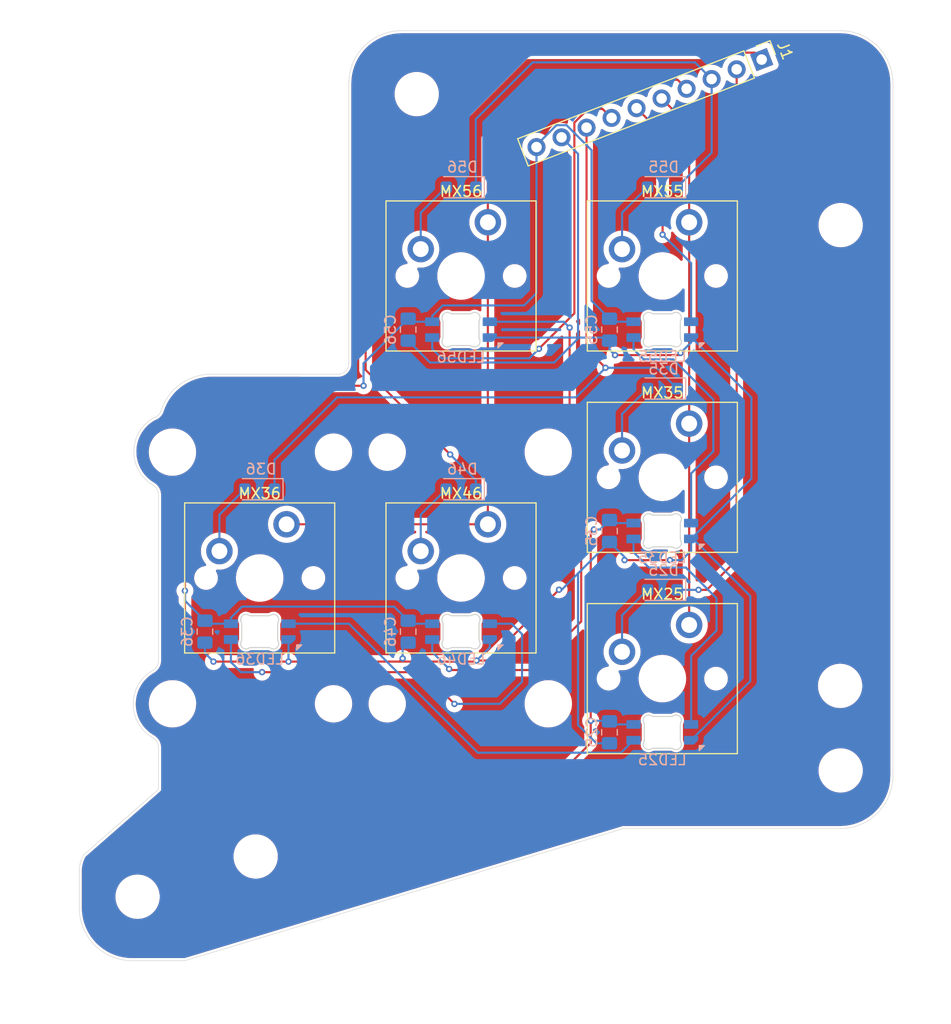
<source format=kicad_pcb>
(kicad_pcb (version 20241229) (generator "pcbnew") (generator_version "9.0")
  (layers (0 "F.Cu" signal) (2 "B.Cu" signal) (13 "F.Paste" user) (15 "B.Paste" user) (5 "F.SilkS" user "F.Silkscreen") (7 "B.SilkS" user "B.Silkscreen") (1 "F.Mask" user) (3 "B.Mask" user) (25 "Edge.Cuts" user))
  (net 0 "")
  (net 1 "GND")
  (net 2 "/VDD")
  (net 3 "/ROW_2")
  (net 4 "Net-(D25-A)")
  (net 5 "/DOUT")
  (net 6 "/DIN")
  (net 7 "/ROW_3")
  (net 8 "Net-(D35-A)")
  (net 9 "Net-(D36-A)")
  (net 10 "Net-(D46-A)")
  (net 11 "/ROW_4")
  (net 12 "Net-(D55-A)")
  (net 13 "/ROW_5")
  (net 14 "/COL_L6")
  (net 15 "Net-(D56-A)")
  (net 16 "/COL_L5")
  (net 17 "Net-(LED25-DIN)")
  (net 18 "Net-(LED25-DOUT)")
  (net 19 "Net-(LED35-DIN)")
  (net 20 "Net-(LED36-DOUT)")
  (net 21 "Net-(LED46-DOUT)")
  (footprint "MountingHole:MountingHole_3.7mm" (layer "F.Cu") (at 239.55 96)
    (property "Reference" "REF5" (hide yes))
    (property "Value" "MountingHole_3.7mm" (hide yes))
  )
  (footprint "MountingHole:MountingHole_3.7mm" (layer "F.Cu") (at 239.55 44.4)
    (property "Reference" "REF1" (hide yes))
    (property "Value" "MountingHole_3.7mm" (hide yes))
  )
  (footprint "MountingHole:MountingHole_3.7mm" (layer "F.Cu") (at 184.194 104.14)
    (property "Reference" "REF3" (hide yes))
    (property "Value" "MountingHole_3.7mm" (hide yes))
  )
  (footprint "MountingHole:MountingHole_3.7mm" (layer "F.Cu") (at 239.5 88)
    (property "Reference" "REF6" (hide yes))
    (property "Value" "MountingHole_3.7mm" (hide yes))
  )
  (footprint "MountingHole:MountingHole_3.7mm" (layer "F.Cu") (at 199.434 32.004)
    (property "Reference" "REF2" (hide yes))
    (property "Value" "MountingHole_3.7mm")
  )
  (footprint "MountingHole:MountingHole_3.7mm" (layer "F.Cu") (at 173.018 107.95)
    (property "Reference" "REF4" (hide yes))
    (property "Value" "MountingHole_3.7mm" (hide yes))
  )
  (footprint "PCM_Switch_Keyboard_Cherry_MX:SW_Cherry_MX_PCB_2.00u_90deg" (layer "F.Cu") (at 203.625 77.7875)
    (property "Reference" "MX46")
    (property "Value" "MX_SW_HS")
  )
  (footprint "Connector_PinHeader_2.54mm:PinHeader_1x10_P2.54mm_Vertical" (layer "F.Cu") (at 232.077196 28.738462 -68.769)
    (property "Reference" "J1")
    (property "Value" "Conn_01x10")
  )
  (footprint "PCM_Switch_Keyboard_Cherry_MX:SW_Cherry_MX_PCB_1.00u" (layer "F.Cu") (at 222.675 49.2125)
    (property "Reference" "MX55")
    (property "Value" "MX_SW_HS")
  )
  (footprint "PCM_marbastlib-mx:STAB_MX_2u" (layer "F.Cu") (at 203.625 77.7875 90)
    (property "Reference" "REF**" (hide yes))
    (property "Value" "STAB_MX_2u")
  )
  (footprint "PCM_Switch_Keyboard_Cherry_MX:SW_Cherry_MX_PCB_1.00u" (layer "F.Cu") (at 222.675 87.3125)
    (property "Reference" "MX25")
    (property "Value" "MX_SW_HS")
  )
  (footprint "PCM_marbastlib-mx:STAB_MX_2u" (layer "F.Cu") (at 184.575 77.7875 -90)
    (property "Reference" "REF**" (hide yes))
    (property "Value" "STAB_MX_2u")
  )
  (footprint "PCM_Switch_Keyboard_Cherry_MX:SW_Cherry_MX_PCB_1.00u" (layer "F.Cu") (at 203.625 49.2125)
    (property "Reference" "MX56")
    (property "Value" "MX_SW_HS")
  )
  (footprint "PCM_Switch_Keyboard_Cherry_MX:SW_Cherry_MX_PCB_2.00u_90deg" (layer "F.Cu") (at 184.575 77.7875)
    (property "Reference" "MX36")
    (property "Value" "MX_SW_HS")
  )
  (footprint "PCM_Switch_Keyboard_Cherry_MX:SW_Cherry_MX_PCB_1.00u" (layer "F.Cu") (at 222.675 68.2625)
    (property "Reference" "MX35")
    (property "Value" "MX_SW_HS")
  )
  (footprint "PCM_marbastlib-mx:LED_MX_6028R" (layer "B.Cu") (at 222.675 54.2925 180)
    (property "Reference" "LED55")
    (property "Value" "MX_SK6812MINI-E")
    (fp_line (start 1.699999 -0.702841) (end 1.699999 0.702843) (stroke (width 0.1)) (layer "Edge.Cuts"))
    (fp_line (start 0.794452 1.5) (end -0.794453 1.5) (stroke (width 0.1)) (layer "Edge.Cuts"))
    (fp_line (start -0.794452 -1.499999) (end 0.794452 -1.499999) (stroke (width 0.1)) (layer "Edge.Cuts"))
    (fp_line (start -1.699999 0.702843) (end -1.699999 -0.702841) (stroke (width 0.1)) (layer "Edge.Cuts"))
    (fp_arc (start 1.749484 0.919721) (mid 1.712515 0.814072) (end 1.699999 0.702843) (stroke (width 0.1)) (layer "Edge.Cuts"))
    (fp_arc (start 1.749484 0.919721) (mid 1.638072 1.504036) (end 1.046711 1.5683) (stroke (width 0.1)) (layer "Edge.Cuts"))
    (fp_arc (start 1.699999 -0.702842) (mid 1.712527 -0.814069) (end 1.749484 -0.919719) (stroke (width 0.1)) (layer "Edge.Cuts"))
    (fp_arc (start 1.046711 -1.568296) (mid 1.638069 -1.504034) (end 1.749484 -0.919719) (stroke (width 0.1)) (layer "Edge.Cuts"))
    (fp_arc (start 1.04671 -1.568298) (mid 0.925122 -1.517376) (end 0.794452 -1.499999) (stroke (width 0.1)) (layer "Edge.Cuts"))
    (fp_arc (start 0.794453 1.500001) (mid 0.925123 1.517378) (end 1.046711 1.5683) (stroke (width 0.1)) (layer "Edge.Cuts"))
    (fp_arc (start -0.794452 -1.499999) (mid -0.925123 -1.517376) (end -1.046711 -1.568298) (stroke (width 0.1)) (layer "Edge.Cuts"))
    (fp_arc (start -1.046711 1.568299) (mid -0.925123 1.517377) (end -0.794453 1.5) (stroke (width 0.1)) (layer "Edge.Cuts"))
    (fp_arc (start -1.046711 1.568299) (mid -1.638071 1.504035) (end -1.749484 0.919721) (stroke (width 0.1)) (layer "Edge.Cuts"))
    (fp_arc (start -1.699999 0.702844) (mid -1.712527 0.814069) (end -1.749484 0.919721) (stroke (width 0.1)) (layer "Edge.Cuts"))
    (fp_arc (start -1.749484 -0.919718) (mid -1.638072 -1.504034) (end -1.046711 -1.568298) (stroke (width 0.1)) (layer "Edge.Cuts"))
    (fp_arc (start -1.749484 -0.919719) (mid -1.712527 -0.814067) (end -1.699999 -0.702841) (stroke (width 0.1)) (layer "Edge.Cuts"))
  )
  (footprint "PCM_marbastlib-mx:LED_MX_6028R" (layer "B.Cu") (at 184.575 82.8675 180)
    (property "Reference" "LED36")
    (property "Value" "MX_SK6812MINI-E")
    (fp_line (start 1.699999 -0.702841) (end 1.699999 0.702843) (stroke (width 0.1)) (layer "Edge.Cuts"))
    (fp_line (start 0.794452 1.5) (end -0.794453 1.5) (stroke (width 0.1)) (layer "Edge.Cuts"))
    (fp_line (start -0.794452 -1.499999) (end 0.794452 -1.499999) (stroke (width 0.1)) (layer "Edge.Cuts"))
    (fp_line (start -1.699999 0.702843) (end -1.699999 -0.702841) (stroke (width 0.1)) (layer "Edge.Cuts"))
    (fp_arc (start 1.749484 0.919721) (mid 1.712515 0.814072) (end 1.699999 0.702843) (stroke (width 0.1)) (layer "Edge.Cuts"))
    (fp_arc (start 1.749484 0.919721) (mid 1.638072 1.504036) (end 1.046711 1.5683) (stroke (width 0.1)) (layer "Edge.Cuts"))
    (fp_arc (start 1.699999 -0.702842) (mid 1.712527 -0.814069) (end 1.749484 -0.919719) (stroke (width 0.1)) (layer "Edge.Cuts"))
    (fp_arc (start 1.046711 -1.568296) (mid 1.638069 -1.504034) (end 1.749484 -0.919719) (stroke (width 0.1)) (layer "Edge.Cuts"))
    (fp_arc (start 1.04671 -1.568298) (mid 0.925122 -1.517376) (end 0.794452 -1.499999) (stroke (width 0.1)) (layer "Edge.Cuts"))
    (fp_arc (start 0.794453 1.500001) (mid 0.925123 1.517378) (end 1.046711 1.5683) (stroke (width 0.1)) (layer "Edge.Cuts"))
    (fp_arc (start -0.794452 -1.499999) (mid -0.925123 -1.517376) (end -1.046711 -1.568298) (stroke (width 0.1)) (layer "Edge.Cuts"))
    (fp_arc (start -1.046711 1.568299) (mid -0.925123 1.517377) (end -0.794453 1.5) (stroke (width 0.1)) (layer "Edge.Cuts"))
    (fp_arc (start -1.046711 1.568299) (mid -1.638071 1.504035) (end -1.749484 0.919721) (stroke (width 0.1)) (layer "Edge.Cuts"))
    (fp_arc (start -1.699999 0.702844) (mid -1.712527 0.814069) (end -1.749484 0.919721) (stroke (width 0.1)) (layer "Edge.Cuts"))
    (fp_arc (start -1.749484 -0.919718) (mid -1.638072 -1.504034) (end -1.046711 -1.568298) (stroke (width 0.1)) (layer "Edge.Cuts"))
    (fp_arc (start -1.749484 -0.919719) (mid -1.712527 -0.814067) (end -1.699999 -0.702841) (stroke (width 0.1)) (layer "Edge.Cuts"))
  )
  (footprint "Capacitor_SMD:C_0805_2012Metric_Pad1.18x1.45mm_HandSolder" (layer "B.Cu") (at 217.675 92.3925 -90)
    (property "Reference" "C25")
    (property "Value" "0.1 µF")
  )
  (footprint "Diode_SMD:D_SOD-123F" (layer "B.Cu") (at 222.675 59.8625 180)
    (property "Reference" "D35")
    (property "Value" "1N4148WL")
  )
  (footprint "Capacitor_SMD:C_0805_2012Metric_Pad1.18x1.45mm_HandSolder" (layer "B.Cu") (at 217.675 54.2925 -90)
    (property "Reference" "C55")
    (property "Value" "0.1 µF")
  )
  (footprint "Diode_SMD:D_SOD-123F" (layer "B.Cu") (at 203.625 69.3875 180)
    (property "Reference" "D46")
    (property "Value" "1N4148WL")
  )
  (footprint "Capacitor_SMD:C_0805_2012Metric_Pad1.18x1.45mm_HandSolder" (layer "B.Cu") (at 198.625 82.8675 -90)
    (property "Reference" "C46")
    (property "Value" "0.1 µF")
  )
  (footprint "PCM_marbastlib-mx:LED_MX_6028R" (layer "B.Cu") (at 203.625 54.2925 180)
    (property "Reference" "LED56")
    (property "Value" "MX_SK6812MINI-E")
    (fp_line (start 1.699999 -0.702841) (end 1.699999 0.702843) (stroke (width 0.1)) (layer "Edge.Cuts"))
    (fp_line (start 0.794452 1.5) (end -0.794453 1.5) (stroke (width 0.1)) (layer "Edge.Cuts"))
    (fp_line (start -0.794452 -1.499999) (end 0.794452 -1.499999) (stroke (width 0.1)) (layer "Edge.Cuts"))
    (fp_line (start -1.699999 0.702843) (end -1.699999 -0.702841) (stroke (width 0.1)) (layer "Edge.Cuts"))
    (fp_arc (start 1.749484 0.919721) (mid 1.712515 0.814072) (end 1.699999 0.702843) (stroke (width 0.1)) (layer "Edge.Cuts"))
    (fp_arc (start 1.749484 0.919721) (mid 1.638072 1.504036) (end 1.046711 1.5683) (stroke (width 0.1)) (layer "Edge.Cuts"))
    (fp_arc (start 1.699999 -0.702842) (mid 1.712527 -0.814069) (end 1.749484 -0.919719) (stroke (width 0.1)) (layer "Edge.Cuts"))
    (fp_arc (start 1.046711 -1.568296) (mid 1.638069 -1.504034) (end 1.749484 -0.919719) (stroke (width 0.1)) (layer "Edge.Cuts"))
    (fp_arc (start 1.04671 -1.568298) (mid 0.925122 -1.517376) (end 0.794452 -1.499999) (stroke (width 0.1)) (layer "Edge.Cuts"))
    (fp_arc (start 0.794453 1.500001) (mid 0.925123 1.517378) (end 1.046711 1.5683) (stroke (width 0.1)) (layer "Edge.Cuts"))
    (fp_arc (start -0.794452 -1.499999) (mid -0.925123 -1.517376) (end -1.046711 -1.568298) (stroke (width 0.1)) (layer "Edge.Cuts"))
    (fp_arc (start -1.046711 1.568299) (mid -0.925123 1.517377) (end -0.794453 1.5) (stroke (width 0.1)) (layer "Edge.Cuts"))
    (fp_arc (start -1.046711 1.568299) (mid -1.638071 1.504035) (end -1.749484 0.919721) (stroke (width 0.1)) (layer "Edge.Cuts"))
    (fp_arc (start -1.699999 0.702844) (mid -1.712527 0.814069) (end -1.749484 0.919721) (stroke (width 0.1)) (layer "Edge.Cuts"))
    (fp_arc (start -1.749484 -0.919718) (mid -1.638072 -1.504034) (end -1.046711 -1.568298) (stroke (width 0.1)) (layer "Edge.Cuts"))
    (fp_arc (start -1.749484 -0.919719) (mid -1.712527 -0.814067) (end -1.699999 -0.702841) (stroke (width 0.1)) (layer "Edge.Cuts"))
  )
  (footprint "Capacitor_SMD:C_0805_2012Metric_Pad1.18x1.45mm_HandSolder" (layer "B.Cu") (at 198.625 54.2925 -90)
    (property "Reference" "C56")
    (property "Value" "0.1 µF")
  )
  (footprint "PCM_marbastlib-mx:LED_MX_6028R" (layer "B.Cu") (at 222.675 73.3425 180)
    (property "Reference" "LED35")
    (property "Value" "MX_SK6812MINI-E")
    (fp_line (start 1.699999 -0.702841) (end 1.699999 0.702843) (stroke (width 0.1)) (layer "Edge.Cuts"))
    (fp_line (start 0.794452 1.5) (end -0.794453 1.5) (stroke (width 0.1)) (layer "Edge.Cuts"))
    (fp_line (start -0.794452 -1.499999) (end 0.794452 -1.499999) (stroke (width 0.1)) (layer "Edge.Cuts"))
    (fp_line (start -1.699999 0.702843) (end -1.699999 -0.702841) (stroke (width 0.1)) (layer "Edge.Cuts"))
    (fp_arc (start 1.749484 0.919721) (mid 1.712515 0.814072) (end 1.699999 0.702843) (stroke (width 0.1)) (layer "Edge.Cuts"))
    (fp_arc (start 1.749484 0.919721) (mid 1.638072 1.504036) (end 1.046711 1.5683) (stroke (width 0.1)) (layer "Edge.Cuts"))
    (fp_arc (start 1.699999 -0.702842) (mid 1.712527 -0.814069) (end 1.749484 -0.919719) (stroke (width 0.1)) (layer "Edge.Cuts"))
    (fp_arc (start 1.046711 -1.568296) (mid 1.638069 -1.504034) (end 1.749484 -0.919719) (stroke (width 0.1)) (layer "Edge.Cuts"))
    (fp_arc (start 1.04671 -1.568298) (mid 0.925122 -1.517376) (end 0.794452 -1.499999) (stroke (width 0.1)) (layer "Edge.Cuts"))
    (fp_arc (start 0.794453 1.500001) (mid 0.925123 1.517378) (end 1.046711 1.5683) (stroke (width 0.1)) (layer "Edge.Cuts"))
    (fp_arc (start -0.794452 -1.499999) (mid -0.925123 -1.517376) (end -1.046711 -1.568298) (stroke (width 0.1)) (layer "Edge.Cuts"))
    (fp_arc (start -1.046711 1.568299) (mid -0.925123 1.517377) (end -0.794453 1.5) (stroke (width 0.1)) (layer "Edge.Cuts"))
    (fp_arc (start -1.046711 1.568299) (mid -1.638071 1.504035) (end -1.749484 0.919721) (stroke (width 0.1)) (layer "Edge.Cuts"))
    (fp_arc (start -1.699999 0.702844) (mid -1.712527 0.814069) (end -1.749484 0.919721) (stroke (width 0.1)) (layer "Edge.Cuts"))
    (fp_arc (start -1.749484 -0.919718) (mid -1.638072 -1.504034) (end -1.046711 -1.568298) (stroke (width 0.1)) (layer "Edge.Cuts"))
    (fp_arc (start -1.749484 -0.919719) (mid -1.712527 -0.814067) (end -1.699999 -0.702841) (stroke (width 0.1)) (layer "Edge.Cuts"))
  )
  (footprint "Capacitor_SMD:C_0805_2012Metric_Pad1.18x1.45mm_HandSolder" (layer "B.Cu") (at 179.393 82.8675 -90)
    (property "Reference" "C36")
    (property "Value" "0.1 µF")
  )
  (footprint "PCM_marbastlib-mx:LED_MX_6028R" (layer "B.Cu") (at 203.625 82.8675 180)
    (property "Reference" "LED46")
    (property "Value" "MX_SK6812MINI-E")
    (fp_line (start 1.699999 -0.702841) (end 1.699999 0.702843) (stroke (width 0.1)) (layer "Edge.Cuts"))
    (fp_line (start 0.794452 1.5) (end -0.794453 1.5) (stroke (width 0.1)) (layer "Edge.Cuts"))
    (fp_line (start -0.794452 -1.499999) (end 0.794452 -1.499999) (stroke (width 0.1)) (layer "Edge.Cuts"))
    (fp_line (start -1.699999 0.702843) (end -1.699999 -0.702841) (stroke (width 0.1)) (layer "Edge.Cuts"))
    (fp_arc (start 1.749484 0.919721) (mid 1.712515 0.814072) (end 1.699999 0.702843) (stroke (width 0.1)) (layer "Edge.Cuts"))
    (fp_arc (start 1.749484 0.919721) (mid 1.638072 1.504036) (end 1.046711 1.5683) (stroke (width 0.1)) (layer "Edge.Cuts"))
    (fp_arc (start 1.699999 -0.702842) (mid 1.712527 -0.814069) (end 1.749484 -0.919719) (stroke (width 0.1)) (layer "Edge.Cuts"))
    (fp_arc (start 1.046711 -1.568296) (mid 1.638069 -1.504034) (end 1.749484 -0.919719) (stroke (width 0.1)) (layer "Edge.Cuts"))
    (fp_arc (start 1.04671 -1.568298) (mid 0.925122 -1.517376) (end 0.794452 -1.499999) (stroke (width 0.1)) (layer "Edge.Cuts"))
    (fp_arc (start 0.794453 1.500001) (mid 0.925123 1.517378) (end 1.046711 1.5683) (stroke (width 0.1)) (layer "Edge.Cuts"))
    (fp_arc (start -0.794452 -1.499999) (mid -0.925123 -1.517376) (end -1.046711 -1.568298) (stroke (width 0.1)) (layer "Edge.Cuts"))
    (fp_arc (start -1.046711 1.568299) (mid -0.925123 1.517377) (end -0.794453 1.5) (stroke (width 0.1)) (layer "Edge.Cuts"))
    (fp_arc (start -1.046711 1.568299) (mid -1.638071 1.504035) (end -1.749484 0.919721) (stroke (width 0.1)) (layer "Edge.Cuts"))
    (fp_arc (start -1.699999 0.702844) (mid -1.712527 0.814069) (end -1.749484 0.919721) (stroke (width 0.1)) (layer "Edge.Cuts"))
    (fp_arc (start -1.749484 -0.919718) (mid -1.638072 -1.504034) (end -1.046711 -1.568298) (stroke (width 0.1)) (layer "Edge.Cuts"))
    (fp_arc (start -1.749484 -0.919719) (mid -1.712527 -0.814067) (end -1.699999 -0.702841) (stroke (width 0.1)) (layer "Edge.Cuts"))
  )
  (footprint "Diode_SMD:D_SOD-123F" (layer "B.Cu") (at 222.675 78.9125 180)
    (property "Reference" "D25")
    (property "Value" "1N4148WL")
  )
  (footprint "Diode_SMD:D_SOD-123F" (layer "B.Cu") (at 203.625 40.8125 180)
    (property "Reference" "D56")
    (property "Value" "1N4148WL")
  )
  (footprint "Diode_SMD:D_SOD-123F" (layer "B.Cu") (at 184.575 69.3875 180)
    (property "Reference" "D36")
    (property "Value" "1N4148WL")
  )
  (footprint "PCM_marbastlib-mx:LED_MX_6028R" (layer "B.Cu") (at 222.675 92.3925 180)
    (property "Reference" "LED25")
    (property "Value" "MX_SK6812MINI-E")
    (fp_line (start 1.699999 -0.702841) (end 1.699999 0.702843) (stroke (width 0.1)) (layer "Edge.Cuts"))
    (fp_line (start 0.794452 1.5) (end -0.794453 1.5) (stroke (width 0.1)) (layer "Edge.Cuts"))
    (fp_line (start -0.794452 -1.499999) (end 0.794452 -1.499999) (stroke (width 0.1)) (layer "Edge.Cuts"))
    (fp_line (start -1.699999 0.702843) (end -1.699999 -0.702841) (stroke (width 0.1)) (layer "Edge.Cuts"))
    (fp_arc (start 1.749484 0.919721) (mid 1.712515 0.814072) (end 1.699999 0.702843) (stroke (width 0.1)) (layer "Edge.Cuts"))
    (fp_arc (start 1.749484 0.919721) (mid 1.638072 1.504036) (end 1.046711 1.5683) (stroke (width 0.1)) (layer "Edge.Cuts"))
    (fp_arc (start 1.699999 -0.702842) (mid 1.712527 -0.814069) (end 1.749484 -0.919719) (stroke (width 0.1)) (layer "Edge.Cuts"))
    (fp_arc (start 1.046711 -1.568296) (mid 1.638069 -1.504034) (end 1.749484 -0.919719) (stroke (width 0.1)) (layer "Edge.Cuts"))
    (fp_arc (start 1.04671 -1.568298) (mid 0.925122 -1.517376) (end 0.794452 -1.499999) (stroke (width 0.1)) (layer "Edge.Cuts"))
    (fp_arc (start 0.794453 1.500001) (mid 0.925123 1.517378) (end 1.046711 1.5683) (stroke (width 0.1)) (layer "Edge.Cuts"))
    (fp_arc (start -0.794452 -1.499999) (mid -0.925123 -1.517376) (end -1.046711 -1.568298) (stroke (width 0.1)) (layer "Edge.Cuts"))
    (fp_arc (start -1.046711 1.568299) (mid -0.925123 1.517377) (end -0.794453 1.5) (stroke (width 0.1)) (layer "Edge.Cuts"))
    (fp_arc (start -1.046711 1.568299) (mid -1.638071 1.504035) (end -1.749484 0.919721) (stroke (width 0.1)) (layer "Edge.Cuts"))
    (fp_arc (start -1.699999 0.702844) (mid -1.712527 0.814069) (end -1.749484 0.919721) (stroke (width 0.1)) (layer "Edge.Cuts"))
    (fp_arc (start -1.749484 -0.919718) (mid -1.638072 -1.504034) (end -1.046711 -1.568298) (stroke (width 0.1)) (layer "Edge.Cuts"))
    (fp_arc (start -1.749484 -0.919719) (mid -1.712527 -0.814067) (end -1.699999 -0.702841) (stroke (width 0.1)) (layer "Edge.Cuts"))
  )
  (footprint "Capacitor_SMD:C_0805_2012Metric_Pad1.18x1.45mm_HandSolder" (layer "B.Cu") (at 217.675 73.3425 -90)
    (property "Reference" "C35")
    (property "Value" "0.1 µF")
  )
  (footprint "Diode_SMD:D_SOD-123F" (layer "B.Cu") (at 222.675 40.8125 180)
    (property "Reference" "D55")
    (property "Value" "1N4148WL")
  )
  (gr_line (start 219 101.5) (end 177.5 114) (stroke (width 0.05)) (layer "Edge.Cuts"))
  (gr_line (start 175 97.79) (end 167.897667 104.007398) (stroke (width 0.05)) (layer "Edge.Cuts"))
  (gr_line (start 239.5 26) (end 198 26) (stroke (width 0.05)) (layer "Edge.Cuts"))
  (gr_line (start 244.5 31) (end 244.5 96.5) (stroke (width 0.05)) (layer "Edge.Cuts"))
  (gr_arc (start 193 57.5) (mid 192.707107 58.207107) (end 192 58.5) (stroke (width 0.05)) (layer "Edge.Cuts"))
  (gr_line (start 193 31) (end 193 57.5) (stroke (width 0.05)) (layer "Edge.Cuts"))
  (gr_line (start 192 58.5) (end 180 58.5) (stroke (width 0.05)) (layer "Edge.Cuts"))
  (gr_line (start 175 69.970668) (end 175 85.553532) (stroke (width 0.05)) (layer "Edge.Cuts"))
  (gr_arc (start 175.242953 61.981325) (mid 177.053349 59.464362) (end 180 58.5) (stroke (width 0.05)) (layer "Edge.Cuts"))
  (gr_arc (start 239.5 26) (mid 243.035534 27.464466) (end 244.5 31) (stroke (width 0.05)) (layer "Edge.Cuts"))
  (gr_arc (start 244.5 96.5) (mid 243.035534 100.035534) (end 239.5 101.5) (stroke (width 0.05)) (layer "Edge.Cuts"))
  (gr_arc (start 172.5 114) (mid 168.964466 112.535534) (end 167.5 109) (stroke (width 0.05)) (layer "Edge.Cuts"))
  (gr_arc (start 175.242953 61.981325) (mid 174.992178 62.37288) (end 174.5928 62.611) (stroke (width 0.05)) (layer "Edge.Cuts"))
  (gr_arc (start 167.5 105.5) (mid 167.601121 104.727666) (end 167.897667 104.007398) (stroke (width 0.05)) (layer "Edge.Cuts"))
  (gr_arc (start 175 85.553532) (mid 174.849889 86.140863) (end 174.415 86.5632) (stroke (width 0.05)) (layer "Edge.Cuts"))
  (gr_arc (start 174.415 68.961) (mid 174.849901 69.383329) (end 175 69.970668) (stroke (width 0.05)) (layer "Edge.Cuts"))
  (gr_line (start 172.5 114) (end 177.5 114) (stroke (width 0.05)) (layer "Edge.Cuts"))
  (gr_arc (start 174.415 68.961) (mid 172.662246 65.734409) (end 174.592757 62.610923) (stroke (width 0.05)) (layer "Edge.Cuts"))
  (gr_line (start 167.5 109) (end 167.5 105.5) (stroke (width 0.05)) (layer "Edge.Cuts"))
  (gr_line (start 239.5 101.5) (end 219 101.5) (stroke (width 0.05)) (layer "Edge.Cuts"))
  (gr_line (start 174.9992 93.8784) (end 175 97.79) (stroke (width 0.05)) (layer "Edge.Cuts"))
  (gr_arc (start 174.4142 92.868732) (mid 174.849088 93.291064) (end 174.9992 93.8784) (stroke (width 0.05)) (layer "Edge.Cuts"))
  (gr_arc (start 174.4142 92.868731) (mid 172.601333 89.714296) (end 174.42 86.5632) (stroke (width 0.05)) (layer "Edge.Cuts"))
  (gr_arc (start 193 31) (mid 194.464466 27.464466) (end 198 26) (stroke (width 0.05)) (layer "Edge.Cuts"))
  (segment (start 218.2 56.7) (end 224.2 56.7) (width 0.2) (layer "F.Cu") (net 1))
  (segment (start 224.2 56.7) (end 224.4 56.5) (width 0.2) (layer "F.Cu") (net 1))
  (segment (start 219.1 76.1) (end 223.4 76.1) (width 0.2) (layer "F.Cu") (net 1))
  (segment (start 197.8 85.7) (end 198.1 85.4) (width 0.2) (layer "F.Cu") (net 1))
  (segment (start 206.2 85.6) (end 212.9 78.9) (width 0.2) (layer "F.Cu") (net 1))
  (segment (start 197.8 85.7) (end 205 85.7) (width 0.2) (layer "F.Cu") (net 1))
  (segment (start 205 85.7) (end 205.1 85.6) (width 0.2) (layer "F.Cu") (net 1))
  (segment (start 180.2 85.7) (end 187.3 85.7) (width 0.2) (layer "F.Cu") (net 1))
  (segment (start 205.1 85.6) (end 206.2 85.6) (width 0.2) (layer "F.Cu") (net 1))
  (segment (start 187.3 85.7) (end 197.8 85.7) (width 0.2) (layer "F.Cu") (net 1))
  (via (at 219.1 76.1) (size 0.6) (drill 0.3) (layers "F.Cu" "B.Cu") (net 1))
  (via (at 205.1 85.6) (size 0.6) (drill 0.3) (layers "F.Cu" "B.Cu") (net 1))
  (via (at 218.2 56.7) (size 0.6) (drill 0.3) (layers "F.Cu" "B.Cu") (net 1))
  (via (at 212.9 78.9) (size 0.6) (drill 0.3) (layers "F.Cu" "B.Cu") (net 1))
  (via (at 223.4 76.1) (size 0.6) (drill 0.3) (layers "F.Cu" "B.Cu") (net 1))
  (via (at 198.1 85.4) (size 0.6) (drill 0.3) (layers "F.Cu" "B.Cu") (net 1))
  (via (at 224.4 56.5) (size 0.6) (drill 0.3) (layers "F.Cu" "B.Cu") (net 1))
  (via (at 180.2 85.7) (size 0.6) (drill 0.3) (layers "F.Cu" "B.Cu") (net 1))
  (via (at 187.3 85.7) (size 0.6) (drill 0.3) (layers "F.Cu" "B.Cu") (net 1))
  (segment (start 198.1 84.43) (end 198.625 83.905) (width 0.2) (layer "B.Cu") (net 1))
  (segment (start 198.625 55.33) (end 200.696 57.401) (width 0.2) (layer "B.Cu") (net 1))
  (segment (start 217.675 74.38) (end 219.1 75.805) (width 0.2) (layer "B.Cu") (net 1))
  (segment (start 223.4 76.1) (end 224.5 76.1) (width 0.2) (layer "B.Cu") (net 1))
  (segment (start 179.393 84.893) (end 180.2 85.7) (width 0.2) (layer "B.Cu") (net 1))
  (segment (start 214.7775 77.2775) (end 214.7 77.355) (width 0.2) (layer "B.Cu") (net 1))
  (segment (start 225.5925 74.0925) (end 231 79.5) (width 0.2) (layer "B.Cu") (net 1))
  (segment (start 225.4 55.5) (end 225.4 55.0425) (width 0.2) (layer "B.Cu") (net 1))
  (segment (start 214.7 77.355) (end 214.7 91.7) (width 0.2) (layer "B.Cu") (net 1))
  (segment (start 214.7 55.0425) (end 214.8 55.0425) (width 0.2) (layer "B.Cu") (net 1))
  (segment (start 198.1 85.4) (end 198.1 84.43) (width 0.2) (layer "B.Cu") (net 1))
  (segment (start 217.675 55.33) (end 217.675 56.175) (width 0.2) (layer "B.Cu") (net 1))
  (segment (start 231 79.5) (end 231 87.5425) (width 0.2) (layer "B.Cu") (net 1))
  (segment (start 212.4415 57.401) (end 214.8 55.0425) (width 0.2) (layer "B.Cu") (net 1))
  (segment (start 206.35 55.0425) (end 214.7 55.0425) (width 0.2) (layer "B.Cu") (net 1))
  (segment (start 225.4425 55.0425) (end 231.1 60.7) (width 0.2) (layer "B.Cu") (net 1))
  (segment (start 224.5 76.1) (end 225.4 75.2) (width 0.2) (layer "B.Cu") (net 1))
  (segment (start 200.696 57.401) (end 212.4415 57.401) (width 0.2) (layer "B.Cu") (net 1))
  (segment (start 214.7 91.7) (end 216.43 93.43) (width 0.2) (layer "B.Cu") (net 1))
  (segment (start 213.136355 36.096922) (end 214.7 37.660567) (width 0.2) (layer "B.Cu") (net 1))
  (segment (start 217.675 74.38) (end 214.7775 77.2775) (width 0.2) (layer "B.Cu") (net 1))
  (segment (start 217.675 56.175) (end 218.2 56.7) (width 0.2) (layer "B.Cu") (net 1))
  (segment (start 224.4 56.5) (end 225.4 55.5) (width 0.2) (layer "B.Cu") (net 1))
  (segment (start 225.4 75.2) (end 225.4 74.0925) (width 0.2) (layer "B.Cu") (net 1))
  (segment (start 225.4 74.0925) (end 225.5925 74.0925) (width 0.2) (layer "B.Cu") (net 1))
  (segment (start 231.1 68.3925) (end 225.4 74.0925) (width 0.2) (layer "B.Cu") (net 1))
  (segment (start 206.35 84.35) (end 206.35 83.6175) (width 0.2) (layer "B.Cu") (net 1))
  (segment (start 219.1 75.805) (end 219.1 76.1) (width 0.2) (layer "B.Cu") (net 1))
  (segment (start 179.393 83.905) (end 179.393 84.893) (width 0.2) (layer "B.Cu") (net 1))
  (segment (start 212.9 78.9) (end 213.155 78.9) (width 0.2) (layer "B.Cu") (net 1))
  (segment (start 217.3875 55.0425) (end 217.675 55.33) (width 0.2) (layer "B.Cu") (net 1))
  (segment (start 216.43 93.43) (end 217.675 93.43) (width 0.2) (layer "B.Cu") (net 1))
  (segment (start 214.7 37.660567) (end 214.7 55.0425) (width 0.2) (layer "B.Cu") (net 1))
  (segment (start 214.8 55.0425) (end 217.3875 55.0425) (width 0.2) (layer "B.Cu") (net 1))
  (segment (start 225.4 55.0425) (end 225.4425 55.0425) (width 0.2) (layer "B.Cu") (net 1))
  (segment (start 187.3 83.6175) (end 187.3 85.7) (width 0.2) (layer "B.Cu") (net 1))
  (segment (start 231.1 60.7) (end 231.1 68.3925) (width 0.2) (layer "B.Cu") (net 1))
  (segment (start 213.155 78.9) (end 214.7775 77.2775) (width 0.2) (layer "B.Cu") (net 1))
  (segment (start 205.1 85.6) (end 206.35 84.35) (width 0.2) (layer "B.Cu") (net 1))
  (segment (start 231 87.5425) (end 225.4 93.1425) (width 0.2) (layer "B.Cu") (net 1))
  (segment (start 212.9 96.4) (end 215.9 93.4) (width 0.2) (layer "F.Cu") (net 2))
  (segment (start 186.342439 96.4) (end 212.9 96.4) (width 0.2) (layer "F.Cu") (net 2))
  (segment (start 215.9 73.5) (end 216.2 73.2) (width 0.2) (layer "F.Cu") (net 2))
  (segment (start 215.9 93.4) (end 215.9 91.3) (width 0.2) (layer "F.Cu") (net 2))
  (segment (start 177.5 70.6) (end 177.5 79) (width 0.2) (layer "F.Cu") (net 2))
  (segment (start 194.4 59.6) (end 188.5 59.6) (width 0.2) (layer "F.Cu") (net 2))
  (segment (start 177.5 87.557561) (end 186.342439 96.4) (width 0.2) (layer "F.Cu") (net 2))
  (segment (start 188.5 59.6) (end 187.6 60.5) (width 0.2) (layer "F.Cu") (net 2))
  (segment (start 187.6 60.5) (end 177.5 70.6) (width 0.2) (layer "F.Cu") (net 2))
  (segment (start 215.9 91.3) (end 215.9 73.5) (width 0.2) (layer "F.Cu") (net 2))
  (segment (start 177.5 79) (end 177.5 87.557561) (width 0.2) (layer "F.Cu") (net 2))
  (via (at 216.2 73.2) (size 0.6) (drill 0.3) (layers "F.Cu" "B.Cu") (net 2))
  (via (at 215.9 91.3) (size 0.6) (drill 0.3) (layers "F.Cu" "B.Cu") (net 2))
  (via (at 194.4 59.6) (size 0.6) (drill 0.3) (layers "F.Cu" "B.Cu") (net 2))
  (via (at 177.5 79) (size 0.6) (drill 0.3) (layers "F.Cu" "B.Cu") (net 2))
  (segment (start 215.98072 37.313527) (end 213.613115 34.945922) (width 0.2) (layer "B.Cu") (net 2))
  (segment (start 179.393 81.83) (end 177.5 79.937) (width 0.2) (layer "B.Cu") (net 2))
  (segment (start 217.9625 53.5425) (end 217.675 53.255) (width 0.2) (layer "B.Cu") (net 2))
  (segment (start 217.675 53.255) (end 215.98072 51.56072) (width 0.2) (layer "B.Cu") (net 2))
  (segment (start 194.4 57.48) (end 194.4 59.6) (width 0.2) (layer "B.Cu") (net 2))
  (segment (start 217.9625 91.6425) (end 217.675 91.355) (width 0.2) (layer "B.Cu") (net 2))
  (segment (start 181.85 82.1175) (end 181.85 81.55) (width 0.2) (layer "B.Cu") (net 2))
  (segment (start 219.95 53.5425) (end 217.9625 53.5425) (width 0.2) (layer "B.Cu") (net 2))
  (segment (start 216.78 73.2) (end 217.675 72.305) (width 0.2) (layer "B.Cu") (net 2))
  (segment (start 177.5 79.937) (end 177.5 79) (width 0.2) (layer "B.Cu") (net 2))
  (segment (start 201.9 52) (end 200.9 53) (width 0.2) (layer "B.Cu") (net 2))
  (segment (start 197.295 80.5) (end 198.625 81.83) (width 0.2) (layer "B.Cu") (net 2))
  (segment (start 200.9 53) (end 200.9 53.5425) (width 0.2) (layer "B.Cu") (net 2))
  (segment (start 181.85 81.55) (end 182.9 80.5) (width 0.2) (layer "B.Cu") (net 2))
  (segment (start 200.9 82.1175) (end 198.9125 82.1175) (width 0.2) (layer "B.Cu") (net 2))
  (segment (start 213.613115 34.945922) (end 212.659595 34.945922) (width 0.2) (layer "B.Cu") (net 2))
  (segment (start 179.6805 82.1175) (end 179.393 81.83) (width 0.2) (layer "B.Cu") (net 2))
  (segment (start 209.6 52) (end 201.9 52) (width 0.2) (layer "B.Cu") (net 2))
  (segment (start 215.9 91.3) (end 217.62 91.3) (width 0.2) (layer "B.Cu") (net 2))
  (segment (start 216.2 73.2) (end 216.78 73.2) (width 0.2) (layer "B.Cu") (net 2))
  (segment (start 219.95 91.6425) (end 217.9625 91.6425) (width 0.2) (layer "B.Cu") (net 2))
  (segment (start 210.76875 50.83125) (end 209.6 52) (width 0.2) (layer "B.Cu") (net 2))
  (segment (start 210.76875 36.836767) (end 210.76875 37.01673) (width 0.2) (layer "B.Cu") (net 2))
  (segment (start 219.95 72.5925) (end 217.9625 72.5925) (width 0.2) (layer "B.Cu") (net 2))
  (segment (start 198.625 53.255) (end 194.4 57.48) (width 0.2) (layer "B.Cu") (net 2))
  (segment (start 198.9125 82.1175) (end 198.625 81.83) (width 0.2) (layer "B.Cu") (net 2))
  (segment (start 217.9625 72.5925) (end 217.675 72.305) (width 0.2) (layer "B.Cu") (net 2))
  (segment (start 210.76875 37.01673) (end 210.76875 50.83125) (width 0.2) (layer "B.Cu") (net 2))
  (segment (start 200.9 53.5425) (end 198.9125 53.5425) (width 0.2) (layer "B.Cu") (net 2))
  (segment (start 182.9 80.5) (end 197.295 80.5) (width 0.2) (layer "B.Cu") (net 2))
  (segment (start 198.9125 53.5425) (end 198.625 53.255) (width 0.2) (layer "B.Cu") (net 2))
  (segment (start 217.62 91.3) (end 217.675 91.355) (width 0.2) (layer "B.Cu") (net 2))
  (segment (start 181.85 82.1175) (end 179.6805 82.1175) (width 0.2) (layer "B.Cu") (net 2))
  (segment (start 215.98072 51.56072) (end 215.98072 37.313527) (width 0.2) (layer "B.Cu") (net 2))
  (segment (start 212.659595 34.945922) (end 210.76875 36.836767) (width 0.2) (layer "B.Cu") (net 2))
  (segment (start 226.1 78.9125) (end 226.8875 78.9125) (width 0.2) (layer "F.Cu") (net 3))
  (segment (start 226.8875 78.9125) (end 229.709591 76.090409) (width 0.2) (layer "F.Cu") (net 3))
  (segment (start 229.709591 76.090409) (end 229.709591 29.65827) (width 0.2) (layer "F.Cu") (net 3))
  (via (at 226.1 78.9125) (size 0.6) (drill 0.3) (layers "F.Cu" "B.Cu") (net 3))
  (segment (start 226.1 78.9125) (end 224.075 78.9125) (width 0.2) (layer "B.Cu") (net 3))
  (segment (start 218.865 84.7725) (end 218.865 81.3225) (width 0.2) (layer "B.Cu") (net 4))
  (segment (start 218.865 81.3225) (end 221.275 78.9125) (width 0.2) (layer "B.Cu") (net 4))
  (segment (start 215.646007 33.407308) (end 217.021566 33.407308) (width 0.2) (layer "F.Cu") (net 5))
  (segment (start 211 56.1) (end 214.35296 52.74704) (width 0.2) (layer "F.Cu") (net 5))
  (segment (start 214.35296 52.74704) (end 214.35296 34.700355) (width 0.2) (layer "F.Cu") (net 5))
  (segment (start 214.35296 34.700355) (end 215.646007 33.407308) (width 0.2) (layer "F.Cu") (net 5))
  (segment (start 217.021566 33.407308) (end 217.871566 34.257308) (width 0.2) (layer "F.Cu") (net 5))
  (via (at 211 56.1) (size 0.6) (drill 0.3) (layers "F.Cu" "B.Cu") (net 5))
  (segment (start 210.1 57) (end 211 56.1) (width 0.2) (layer "B.Cu") (net 5))
  (segment (start 200.9 55.0425) (end 200.9 56.1) (width 0.2) (layer "B.Cu") (net 5))
  (segment (start 200.9 56.1) (end 201.8 57) (width 0.2) (layer "B.Cu") (net 5))
  (segment (start 201.8 57) (end 210.1 57) (width 0.2) (layer "B.Cu") (net 5))
  (segment (start 222.7 35.79833) (end 222.7 45.3) (width 0.2) (layer "F.Cu") (net 6))
  (segment (start 220.23917 33.3375) (end 222.7 35.79833) (width 0.2) (layer "F.Cu") (net 6))
  (via (at 222.7 45.3) (size 0.6) (drill 0.3) (layers "F.Cu" "B.Cu") (net 6))
  (segment (start 222.7 45.3) (end 225.4 48) (width 0.2) (layer "B.Cu") (net 6))
  (segment (start 225.4 48) (end 225.4 53.5425) (width 0.2) (layer "B.Cu") (net 6))
  (segment (start 215.50396 35.177115) (end 215.50396 56.10396) (width 0.2) (layer "F.Cu") (net 7))
  (segment (start 215.50396 56.10396) (end 217.3 57.9) (width 0.2) (layer "F.Cu") (net 7))
  (via (at 217.3 57.9) (size 0.6) (drill 0.3) (layers "F.Cu" "B.Cu") (net 7))
  (segment (start 185.975 66.625) (end 185.975 69.3875) (width 0.2) (layer "B.Cu") (net 7))
  (segment (start 214.5 60.7) (end 191.9 60.7) (width 0.2) (layer "B.Cu") (net 7))
  (segment (start 222.1125 57.9) (end 224.075 59.8625) (width 0.2) (layer "B.Cu") (net 7))
  (segment (start 217.3 57.9) (end 222.1125 57.9) (width 0.2) (layer "B.Cu") (net 7))
  (segment (start 217.3 57.9) (end 214.5 60.7) (width 0.2) (layer "B.Cu") (net 7))
  (segment (start 191.9 60.7) (end 185.975 66.625) (width 0.2) (layer "B.Cu") (net 7))
  (segment (start 218.865 65.7225) (end 218.865 62.2725) (width 0.2) (layer "B.Cu") (net 8))
  (segment (start 218.865 62.2725) (end 221.275 59.8625) (width 0.2) (layer "B.Cu") (net 8))
  (segment (start 180.765 71.7975) (end 183.175 69.3875) (width 0.2) (layer "B.Cu") (net 9))
  (segment (start 180.765 75.2475) (end 180.765 71.7975) (width 0.2) (layer "B.Cu") (net 9))
  (segment (start 199.815 71.7975) (end 202.225 69.3875) (width 0.2) (layer "B.Cu") (net 10))
  (segment (start 199.815 75.2475) (end 199.815 71.7975) (width 0.2) (layer "B.Cu") (net 10))
  (segment (start 194.6 43.1) (end 194.6 58.1) (width 0.2) (layer "F.Cu") (net 11))
  (segment (start 231.420449 28.081715) (end 209.618285 28.081715) (width 0.2) (layer "F.Cu") (net 11))
  (segment (start 209.618285 28.081715) (end 194.6 43.1) (width 0.2) (layer "F.Cu") (net 11))
  (segment (start 194.6 58.1) (end 202.6 66.1) (width 0.2) (layer "F.Cu") (net 11))
  (segment (start 232.077196 28.738462) (end 231.420449 28.081715) (width 0.2) (layer "F.Cu") (net 11))
  (via (at 202.6 66.1) (size 0.6) (drill 0.3) (layers "F.Cu" "B.Cu") (net 11))
  (segment (start 205.025 69.3875) (end 205.025 68.525) (width 0.2) (layer "B.Cu") (net 11))
  (segment (start 205.025 68.525) (end 202.6 66.1) (width 0.2) (layer "B.Cu") (net 11))
  (segment (start 218.865 43.2225) (end 221.275 40.8125) (width 0.2) (layer "B.Cu") (net 12))
  (segment (start 218.865 46.6725) (end 218.865 43.2225) (width 0.2) (layer "B.Cu") (net 12))
  (segment (start 205.025 40.8125) (end 205.025 34.375) (width 0.2) (layer "B.Cu") (net 13))
  (segment (start 225.763909 29) (end 227.341986 30.578077) (width 0.2) (layer "B.Cu") (net 13))
  (segment (start 224.075 40.8125) (end 227.341986 37.545514) (width 0.2) (layer "B.Cu") (net 13))
  (segment (start 205.025 34.375) (end 210.4 29) (width 0.2) (layer "B.Cu") (net 13))
  (segment (start 210.4 29) (end 225.763909 29) (width 0.2) (layer "B.Cu") (net 13))
  (segment (start 227.341986 37.545514) (end 227.341986 30.578077) (width 0.2) (layer "B.Cu") (net 13))
  (segment (start 224.97438 31.497883) (end 224.12438 30.647883) (width 0.2) (layer "F.Cu") (net 14))
  (segment (start 206.165 36.235) (end 206.165 44.1325) (width 0.2) (layer "F.Cu") (net 14))
  (segment (start 206.165 72.7075) (end 187.115 72.7075) (width 0.2) (layer "F.Cu") (net 14))
  (segment (start 206.165 44.1325) (end 206.165 72.7075) (width 0.2) (layer "F.Cu") (net 14))
  (segment (start 211.752117 30.647883) (end 206.165 36.235) (width 0.2) (layer "F.Cu") (net 14))
  (segment (start 224.12438 30.647883) (end 211.752117 30.647883) (width 0.2) (layer "F.Cu") (net 14))
  (segment (start 199.815 43.2225) (end 202.225 40.8125) (width 0.2) (layer "B.Cu") (net 15))
  (segment (start 199.815 46.6725) (end 199.815 43.2225) (width 0.2) (layer "B.Cu") (net 15))
  (segment (start 225.215 63.1825) (end 225.215 82.2325) (width 0.2) (layer "F.Cu") (net 16))
  (segment (start 225.215 44.1325) (end 225.215 35.025918) (width 0.2) (layer "F.Cu") (net 16))
  (segment (start 225.215 44.1325) (end 225.215 63.1825) (width 0.2) (layer "F.Cu") (net 16))
  (segment (start 225.215 35.025918) (end 222.606775 32.417693) (width 0.2) (layer "F.Cu") (net 16))
  (segment (start 219.95 75.35) (end 221.4 76.8) (width 0.2) (layer "B.Cu") (net 17))
  (segment (start 221.4 76.8) (end 224.9 76.8) (width 0.2) (layer "B.Cu") (net 17))
  (segment (start 219.95 74.0925) (end 219.95 75.35) (width 0.2) (layer "B.Cu") (net 17))
  (segment (start 227.8 82.762) (end 225.4 85.162) (width 0.2) (layer "B.Cu") (net 17))
  (segment (start 224.9 76.8) (end 227.8 79.7) (width 0.2) (layer "B.Cu") (net 17))
  (segment (start 227.8 79.7) (end 227.8 82.762) (width 0.2) (layer "B.Cu") (net 17))
  (segment (start 225.4 85.162) (end 225.4 91.6425) (width 0.2) (layer "B.Cu") (net 17))
  (segment (start 205.2185 94.3185) (end 193.0175 82.1175) (width 0.2) (layer "B.Cu") (net 18))
  (segment (start 193.0175 82.1175) (end 187.3 82.1175) (width 0.2) (layer "B.Cu") (net 18))
  (segment (start 219.95 93.1425) (end 218.774 94.3185) (width 0.2) (layer "B.Cu") (net 18))
  (segment (start 218.774 94.3185) (end 205.2185 94.3185) (width 0.2) (layer "B.Cu") (net 18))
  (segment (start 227.5 60.9) (end 227.5 65.8) (width 0.2) (layer "B.Cu") (net 19))
  (segment (start 219.95 56.15) (end 220.9 57.1) (width 0.2) (layer "B.Cu") (net 19))
  (segment (start 220.9 57.1) (end 223.7 57.1) (width 0.2) (layer "B.Cu") (net 19))
  (segment (start 225.4 67.9) (end 225.4 72.5925) (width 0.2) (layer "B.Cu") (net 19))
  (segment (start 223.7 57.1) (end 227.5 60.9) (width 0.2) (layer "B.Cu") (net 19))
  (segment (start 227.5 65.8) (end 225.4 67.9) (width 0.2) (layer "B.Cu") (net 19))
  (segment (start 219.95 55.0425) (end 219.95 56.15) (width 0.2) (layer "B.Cu") (net 19))
  (segment (start 200 86.7) (end 184.8 86.7) (width 0.2) (layer "F.Cu") (net 20))
  (segment (start 203 89.7) (end 200 86.7) (width 0.2) (layer "F.Cu") (net 20))
  (via (at 184.8 86.7) (size 0.6) (drill 0.3) (layers "F.Cu" "B.Cu") (net 20))
  (via (at 203 89.7) (size 0.6) (drill 0.3) (layers "F.Cu" "B.Cu") (net 20))
  (segment (start 207.3 89.7) (end 203 89.7) (width 0.2) (layer "B.Cu") (net 20))
  (segment (start 182.8 86.7) (end 181.85 85.75) (width 0.2) (layer "B.Cu") (net 20))
  (segment (start 184.8 86.7) (end 182.8 86.7) (width 0.2) (layer "B.Cu") (net 20))
  (segment (start 206.35 82.1175) (end 208.4175 82.1175) (width 0.2) (layer "B.Cu") (net 20))
  (segment (start 181.85 85.75) (end 181.85 83.6175) (width 0.2) (layer "B.Cu") (net 20))
  (segment (start 208.4175 82.1175) (end 209.4 83.1) (width 0.2) (layer "B.Cu") (net 20))
  (segment (start 209.4 87.6) (end 207.8 89.2) (width 0.2) (layer "B.Cu") (net 20))
  (segment (start 207.8 89.2) (end 207.3 89.7) (width 0.2) (layer "B.Cu") (net 20))
  (segment (start 209.4 83.1) (end 209.4 87.6) (width 0.2) (layer "B.Cu") (net 20))
  (segment (start 210.4 86.5) (end 202.6 86.5) (width 0.2) (layer "F.Cu") (net 21))
  (segment (start 202.6 86.5) (end 202.5 86.4) (width 0.2) (layer "F.Cu") (net 21))
  (segment (start 215 81.9) (end 210.4 86.5) (width 0.2) (layer "F.Cu") (net 21))
  (segment (start 215 63.2) (end 215 81.9) (width 0.2) (layer "F.Cu") (net 21))
  (segment (start 213.9 54.1) (end 213.9 62.1) (width 0.2) (layer "F.Cu") (net 21))
  (segment (start 213.9 62.1) (end 215 63.2) (width 0.2) (layer "F.Cu") (net 21))
  (via (at 213.9 54.1) (size 0.6) (drill 0.3) (layers "F.Cu" "B.Cu") (net 21))
  (via (at 202.5 86.4) (size 0.6) (drill 0.3) (layers "F.Cu" "B.Cu") (net 21))
  (segment (start 200.9 84.8) (end 200.9 83.6175) (width 0.2) (layer "B.Cu") (net 21))
  (segment (start 202.5 86.4) (end 200.9 84.8) (width 0.2) (layer "B.Cu") (net 21))
  (segment (start 206.35 53.5425) (end 213.3425 53.5425) (width 0.2) (layer "B.Cu") (net 21))
  (segment (start 213.3425 53.5425) (end 213.9 54.1) (width 0.2) (layer "B.Cu") (net 21))
  (zone (net 0) (net_name "") (layer "F.Cu") (connect_pads (clearance 0.508)) (min_thickness 0.254) (fill yes (thermal_gap 0.508) (thermal_bridge_width 0.508))
    (polygon (pts (xy 170 55) (xy 160 120) (xy 250 105) (xy 250 25) (xy 190 25)))
  )
  (zone (net 0) (net_name "") (layer "B.Cu") (connect_pads (clearance 0.508)) (min_thickness 0.254) (fill yes (thermal_gap 0.508) (thermal_bridge_width 0.508))
    (polygon (pts (xy 190 50) (xy 170 55) (xy 170 90) (xy 160 110) (xy 160 120) (xy 250 105) (xy 247.5 44.5) (xy 245.7 25.5) (xy 242.7 23.1) (xy 210 25) (xy 190 25)))
  )
)
</source>
